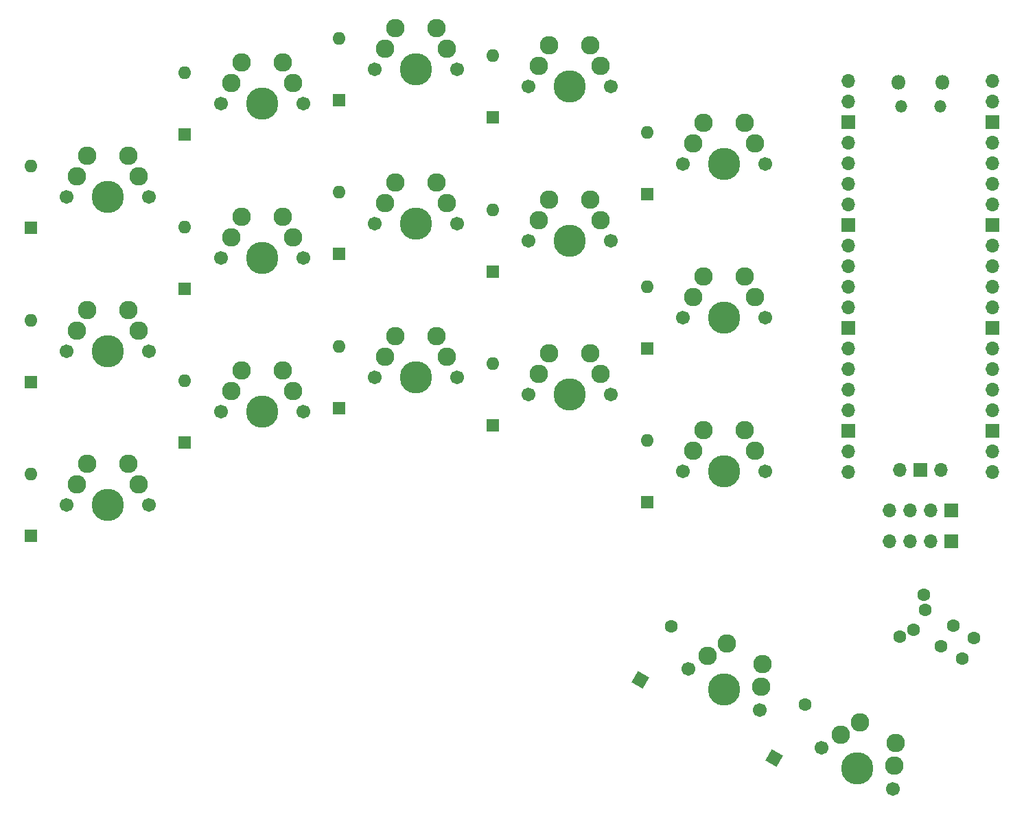
<source format=gbs>
G04 #@! TF.GenerationSoftware,KiCad,Pcbnew,7.0.10*
G04 #@! TF.CreationDate,2024-01-12T14:44:59+00:00*
G04 #@! TF.ProjectId,eobard,656f6261-7264-42e6-9b69-6361645f7063,0.2.7*
G04 #@! TF.SameCoordinates,Original*
G04 #@! TF.FileFunction,Soldermask,Bot*
G04 #@! TF.FilePolarity,Negative*
%FSLAX46Y46*%
G04 Gerber Fmt 4.6, Leading zero omitted, Abs format (unit mm)*
G04 Created by KiCad (PCBNEW 7.0.10) date 2024-01-12 14:44:59*
%MOMM*%
%LPD*%
G01*
G04 APERTURE LIST*
G04 Aperture macros list*
%AMHorizOval*
0 Thick line with rounded ends*
0 $1 width*
0 $2 $3 position (X,Y) of the first rounded end (center of the circle)*
0 $4 $5 position (X,Y) of the second rounded end (center of the circle)*
0 Add line between two ends*
20,1,$1,$2,$3,$4,$5,0*
0 Add two circle primitives to create the rounded ends*
1,1,$1,$2,$3*
1,1,$1,$4,$5*%
%AMRotRect*
0 Rectangle, with rotation*
0 The origin of the aperture is its center*
0 $1 length*
0 $2 width*
0 $3 Rotation angle, in degrees counterclockwise*
0 Add horizontal line*
21,1,$1,$2,0,0,$3*%
G04 Aperture macros list end*
%ADD10R,1.600000X1.600000*%
%ADD11O,1.600000X1.600000*%
%ADD12C,1.701800*%
%ADD13C,3.987800*%
%ADD14C,2.286000*%
%ADD15R,1.700000X1.700000*%
%ADD16O,1.700000X1.700000*%
%ADD17O,1.800000X1.800000*%
%ADD18O,1.500000X1.500000*%
%ADD19C,1.600000*%
%ADD20RotRect,1.600000X1.600000X60.000000*%
%ADD21HorizOval,1.600000X0.000000X0.000000X0.000000X0.000000X0*%
G04 APERTURE END LIST*
D10*
X157000000Y-82870000D03*
D11*
X157000000Y-75250000D03*
D10*
X138000000Y-92370000D03*
D11*
X138000000Y-84750000D03*
D12*
X104420000Y-52695000D03*
D13*
X109500000Y-52695000D03*
D12*
X114580000Y-52695000D03*
D14*
X105690000Y-50155000D03*
X106960000Y-47615000D03*
X112040000Y-47615000D03*
X113310000Y-50155000D03*
D12*
X123420000Y-67445000D03*
D13*
X128500000Y-67445000D03*
D12*
X133580000Y-67445000D03*
D14*
X124690000Y-64905000D03*
X125960000Y-62365000D03*
X131040000Y-62365000D03*
X132310000Y-64905000D03*
D12*
X104420000Y-71695000D03*
D13*
X109500000Y-71695000D03*
D12*
X114580000Y-71695000D03*
D14*
X105690000Y-69155000D03*
X106960000Y-66615000D03*
X112040000Y-66615000D03*
X113310000Y-69155000D03*
D12*
X161420000Y-98070000D03*
D13*
X166500000Y-98070000D03*
D12*
X171580000Y-98070000D03*
D14*
X162690000Y-95530000D03*
X163960000Y-92990000D03*
X169040000Y-92990000D03*
X170310000Y-95530000D03*
D12*
X142420000Y-88570000D03*
D13*
X147500000Y-88570000D03*
D12*
X152580000Y-88570000D03*
D14*
X143690000Y-86030000D03*
X144960000Y-83490000D03*
X150040000Y-83490000D03*
X151310000Y-86030000D03*
D10*
X119000000Y-71245000D03*
D11*
X119000000Y-63625000D03*
D10*
X100000000Y-56495000D03*
D11*
X100000000Y-48875000D03*
D12*
X142420000Y-50570000D03*
D13*
X147500000Y-50570000D03*
D12*
X152580000Y-50570000D03*
D14*
X143690000Y-48030000D03*
X144960000Y-45490000D03*
X150040000Y-45490000D03*
X151310000Y-48030000D03*
D12*
X142420000Y-69570000D03*
D13*
X147500000Y-69570000D03*
D12*
X152580000Y-69570000D03*
D14*
X143690000Y-67030000D03*
X144960000Y-64490000D03*
X150040000Y-64490000D03*
X151310000Y-67030000D03*
D10*
X119000000Y-90245000D03*
D11*
X119000000Y-82625000D03*
D10*
X138000000Y-54370000D03*
D11*
X138000000Y-46750000D03*
D15*
X194554000Y-102870000D03*
D16*
X192014000Y-102870000D03*
X189474000Y-102870000D03*
X186934000Y-102870000D03*
D12*
X178576591Y-132133000D03*
D13*
X182976000Y-134673000D03*
D12*
X187375409Y-137213000D03*
D14*
X180946443Y-130568295D03*
X183316295Y-129003591D03*
X187715705Y-131543591D03*
X187545557Y-134378295D03*
D12*
X85420000Y-64195000D03*
D13*
X90500000Y-64195000D03*
D12*
X95580000Y-64195000D03*
D14*
X86690000Y-61655000D03*
X87960000Y-59115000D03*
X93040000Y-59115000D03*
X94310000Y-61655000D03*
D17*
X188029000Y-50000000D03*
D18*
X188329000Y-53030000D03*
X193179000Y-53030000D03*
D17*
X193479000Y-50000000D03*
D16*
X181864000Y-49870000D03*
X181864000Y-52410000D03*
D15*
X181864000Y-54950000D03*
D16*
X181864000Y-57490000D03*
X181864000Y-60030000D03*
X181864000Y-62570000D03*
X181864000Y-65110000D03*
D15*
X181864000Y-67650000D03*
D16*
X181864000Y-70190000D03*
X181864000Y-72730000D03*
X181864000Y-75270000D03*
X181864000Y-77810000D03*
D15*
X181864000Y-80350000D03*
D16*
X181864000Y-82890000D03*
X181864000Y-85430000D03*
X181864000Y-87970000D03*
X181864000Y-90510000D03*
D15*
X181864000Y-93050000D03*
D16*
X181864000Y-95590000D03*
X181864000Y-98130000D03*
X199644000Y-98130000D03*
X199644000Y-95590000D03*
D15*
X199644000Y-93050000D03*
D16*
X199644000Y-90510000D03*
X199644000Y-87970000D03*
X199644000Y-85430000D03*
X199644000Y-82890000D03*
D15*
X199644000Y-80350000D03*
D16*
X199644000Y-77810000D03*
X199644000Y-75270000D03*
X199644000Y-72730000D03*
X199644000Y-70190000D03*
D15*
X199644000Y-67650000D03*
D16*
X199644000Y-65110000D03*
X199644000Y-62570000D03*
X199644000Y-60030000D03*
X199644000Y-57490000D03*
D15*
X199644000Y-54950000D03*
D16*
X199644000Y-52410000D03*
X199644000Y-49870000D03*
X188214000Y-97900000D03*
D15*
X190754000Y-97900000D03*
D16*
X193294000Y-97900000D03*
D10*
X119000000Y-52245000D03*
D11*
X119000000Y-44625000D03*
D12*
X85420000Y-83195000D03*
D13*
X90500000Y-83195000D03*
D12*
X95580000Y-83195000D03*
D14*
X86690000Y-80655000D03*
X87960000Y-78115000D03*
X93040000Y-78115000D03*
X94310000Y-80655000D03*
D12*
X104420000Y-90695000D03*
D13*
X109500000Y-90695000D03*
D12*
X114580000Y-90695000D03*
D14*
X105690000Y-88155000D03*
X106960000Y-85615000D03*
X112040000Y-85615000D03*
X113310000Y-88155000D03*
D12*
X161420000Y-79070000D03*
D13*
X166500000Y-79070000D03*
D12*
X171580000Y-79070000D03*
D14*
X162690000Y-76530000D03*
X163960000Y-73990000D03*
X169040000Y-73990000D03*
X170310000Y-76530000D03*
D10*
X81000000Y-67995000D03*
D11*
X81000000Y-60375000D03*
D10*
X81000000Y-86995000D03*
D11*
X81000000Y-79375000D03*
D12*
X123420000Y-86445000D03*
D13*
X128500000Y-86445000D03*
D12*
X133580000Y-86445000D03*
D14*
X124690000Y-83905000D03*
X125960000Y-81365000D03*
X131040000Y-81365000D03*
X132310000Y-83905000D03*
D10*
X100000000Y-75495000D03*
D11*
X100000000Y-67875000D03*
D19*
X193309924Y-119628000D03*
X189845822Y-117628000D03*
X195908000Y-121128000D03*
X191179797Y-113317488D03*
D10*
X157000000Y-101870000D03*
D11*
X157000000Y-94250000D03*
D10*
X138000000Y-73370000D03*
D11*
X138000000Y-65750000D03*
D12*
X162100591Y-122400000D03*
D13*
X166500000Y-124940000D03*
D12*
X170899409Y-127480000D03*
D14*
X164470443Y-120835295D03*
X166840295Y-119270591D03*
X171239705Y-121810591D03*
X171069557Y-124645295D03*
D10*
X157000000Y-82870000D03*
D11*
X157000000Y-75250000D03*
D10*
X81000000Y-105995000D03*
D11*
X81000000Y-98375000D03*
D12*
X85420000Y-102195000D03*
D13*
X90500000Y-102195000D03*
D12*
X95580000Y-102195000D03*
D14*
X86690000Y-99655000D03*
X87960000Y-97115000D03*
X93040000Y-97115000D03*
X94310000Y-99655000D03*
D10*
X157000000Y-63870000D03*
D11*
X157000000Y-56250000D03*
D12*
X123420000Y-48445000D03*
D13*
X128500000Y-48445000D03*
D12*
X133580000Y-48445000D03*
D14*
X124690000Y-45905000D03*
X125960000Y-43365000D03*
X131040000Y-43365000D03*
X132310000Y-45905000D03*
D10*
X100000000Y-94495000D03*
D11*
X100000000Y-86875000D03*
D20*
X172689000Y-133400557D03*
D21*
X176499000Y-126801443D03*
D20*
X156179000Y-123748557D03*
D21*
X159989000Y-117149443D03*
D12*
X161420000Y-60070000D03*
D13*
X166500000Y-60070000D03*
D12*
X171580000Y-60070000D03*
D14*
X162690000Y-57530000D03*
X163960000Y-54990000D03*
X169040000Y-54990000D03*
X170310000Y-57530000D03*
D10*
X138000000Y-73370000D03*
D11*
X138000000Y-65750000D03*
D20*
X172689000Y-133400557D03*
D21*
X176499000Y-126801443D03*
D10*
X157000000Y-63870000D03*
D11*
X157000000Y-56250000D03*
D20*
X156179000Y-123748557D03*
D21*
X159989000Y-117149443D03*
D10*
X81000000Y-67995000D03*
D11*
X81000000Y-60375000D03*
D10*
X119000000Y-52245000D03*
D11*
X119000000Y-44625000D03*
D10*
X81000000Y-105995000D03*
D11*
X81000000Y-98375000D03*
D10*
X100000000Y-75495000D03*
D11*
X100000000Y-67875000D03*
D10*
X138000000Y-54370000D03*
D11*
X138000000Y-46750000D03*
D10*
X119000000Y-90245000D03*
D11*
X119000000Y-82625000D03*
D10*
X81000000Y-86995000D03*
D11*
X81000000Y-79375000D03*
D15*
X194564000Y-106680000D03*
D16*
X192024000Y-106680000D03*
X189484000Y-106680000D03*
X186944000Y-106680000D03*
D10*
X157000000Y-101870000D03*
D11*
X157000000Y-94250000D03*
D10*
X100000000Y-56495000D03*
D11*
X100000000Y-48875000D03*
D10*
X138000000Y-92370000D03*
D11*
X138000000Y-84750000D03*
D10*
X119000000Y-71245000D03*
D11*
X119000000Y-63625000D03*
D10*
X100000000Y-94495000D03*
D11*
X100000000Y-86875000D03*
D19*
X194759924Y-117118000D03*
X191295822Y-115118000D03*
X197358000Y-118618000D03*
X188229797Y-118428512D03*
M02*

</source>
